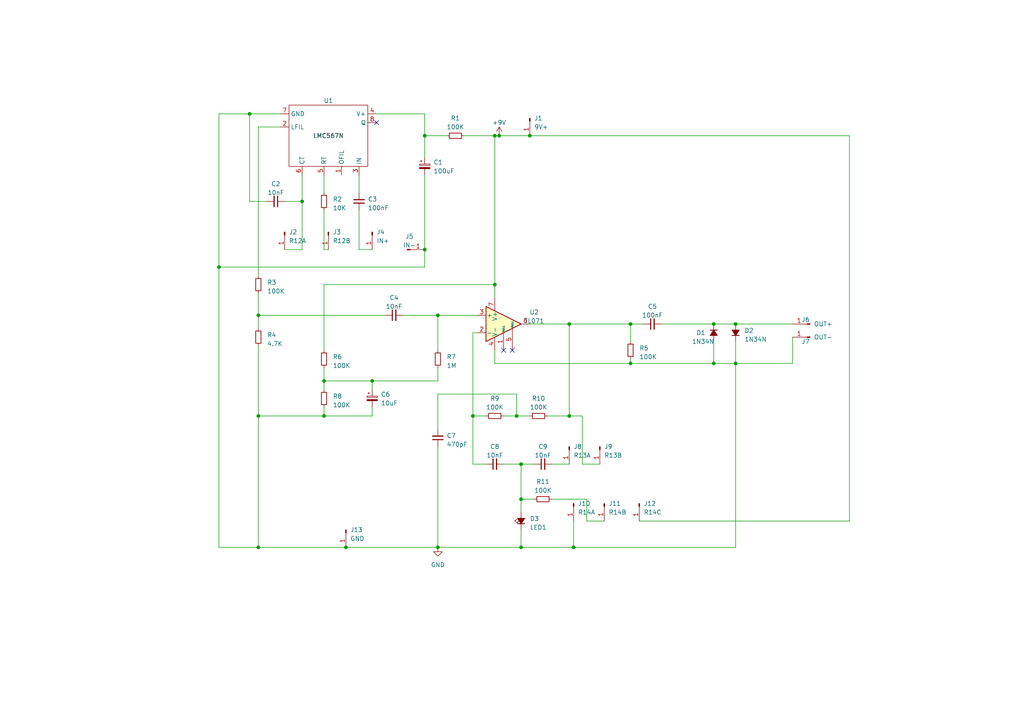
<source format=kicad_sch>
(kicad_sch (version 20230121) (generator eeschema)
  (paper "A4")
  (lib_symbols
    (symbol "!ring mod parts:LMC567N"
      (property "Reference" "U" (at -10.16 11.43 0))
      (symbol "LMC567N_0_1"
        (rectangle (start -11.43 8.89) (end 11.43 -8.89))
      )
      (symbol "LMC567N_1_1"
        (text "LMC567N" (at 0 0 0) (effects (font (size 1.27 1.27))))
        (pin input line (at 3.81 -11.43 90) (length 2.54) (name "OFIL") (number "1"))
        (pin output line (at -13.97 2.54 0) (length 2.54) (name "LFIL") (number "2"))
        (pin input line (at 8.89 -11.43 90) (length 2.54) (name "IN") (number "3"))
        (pin power_in line (at 13.97 6.35 180) (length 2.54) (name "V+") (number "4"))
        (pin input line (at -1.27 -11.43 90) (length 2.54) (name "RT") (number "5"))
        (pin input line (at -7.62 -11.43 90) (length 2.54) (name "CT") (number "6"))
        (pin power_in line (at -13.97 6.35 0) (length 2.54) (name "GND") (number "7"))
        (pin output line (at 13.97 3.81 180) (length 2.54) (name "Q") (number "8"))
      )
    )
    (symbol "Amplifier_Operational:TL071" (pin_names (offset 0.127))
      (property "Reference" "U" (at 0 6.35 0))
      (property "Value" "TL071" (at 0 3.81 0))
      (symbol "TL071_0_1"
        (polyline (pts (xy -5.08 5.08) (xy 5.08 0) (xy -5.08 -5.08) (xy -5.08 5.08)) (stroke (width 0.254)) (fill (type background)))
      )
      (symbol "TL071_1_1"
        (pin input line (at 0 -7.62 90) (length 5.08) (name "NULL") (number "1"))
        (pin input line (at -7.62 -2.54 0) (length 2.54) (name "-") (number "2"))
        (pin input line (at -7.62 2.54 0) (length 2.54) (name "+") (number "3"))
        (pin power_in line (at -2.54 -7.62 90) (length 3.81) (name "V-") (number "4"))
        (pin input line (at 2.54 -7.62 90) (length 6.35) (name "NULL") (number "5"))
        (pin output line (at 7.62 0 180) (length 2.54) (name "~") (number "6"))
        (pin power_in line (at -2.54 7.62 270) (length 3.81) (name "V+") (number "7"))
        (pin no_connect line (at 0 2.54 270) (length 2.54) hide (name "NC") (number "8"))
      )
    )
    (symbol "Connector:Conn_01x01_Pin" (pin_names (offset 1.016) hide)
      (property "Reference" "J" (at 0 2.54 0))
      (property "Value" "Conn_01x01_Pin" (at 0 -2.54 0))
      (symbol "Conn_01x01_Pin_1_1"
        (polyline (pts (xy 1.27 0) (xy 0.8636 0)) (stroke (width 0.1524)))
        (rectangle (start 0.8636 0.127) (end 0 -0.127) (stroke (width 0.1524)) (fill (type outline)))
        (pin passive line (at 5.08 0 180) (length 3.81) (name "Pin_1") (number "1"))
      )
    )
    (symbol "Device:C_Polarized_Small" (pin_numbers hide) (pin_names (offset 0.254) hide)
      (property "Reference" "C" (at 0.254 1.778 0))
      (property "Value" "C_Polarized_Small" (at 0.254 -2.032 0))
      (symbol "C_Polarized_Small_0_1"
        (rectangle (start -1.524 -0.3048) (end 1.524 -0.6858) (fill (type outline)))
        (rectangle (start -1.524 0.6858) (end 1.524 0.3048))
        (polyline (pts (xy -1.27 1.524) (xy -0.762 1.524)))
        (polyline (pts (xy -1.016 1.27) (xy -1.016 1.778)))
      )
      (symbol "C_Polarized_Small_1_1"
        (pin passive line (at 0 2.54 270) (length 1.8542) (name "~") (number "1"))
        (pin passive line (at 0 -2.54 90) (length 1.8542) (name "~") (number "2"))
      )
    )
    (symbol "Device:C_Small" (pin_numbers hide) (pin_names (offset 0.254) hide)
      (property "Reference" "C" (at 0.254 1.778 0))
      (property "Value" "C_Small" (at 0.254 -2.032 0))
      (symbol "C_Small_0_1"
        (polyline (pts (xy -1.524 -0.508) (xy 1.524 -0.508)) (stroke (width 0.3302)))
        (polyline (pts (xy -1.524 0.508) (xy 1.524 0.508)) (stroke (width 0.3048)))
      )
      (symbol "C_Small_1_1"
        (pin passive line (at 0 2.54 270) (length 2.032) (name "~") (number "1"))
        (pin passive line (at 0 -2.54 90) (length 2.032) (name "~") (number "2"))
      )
    )
    (symbol "Device:D_Small_Filled" (pin_numbers hide) (pin_names (offset 0.254) hide)
      (property "Reference" "D" (at -1.27 2.032 0))
      (property "Value" "D_Small_Filled" (at -3.81 -2.032 0))
      (symbol "D_Small_Filled_0_1"
        (polyline (pts (xy -0.762 -1.016) (xy -0.762 1.016)) (stroke (width 0.254)))
        (polyline (pts (xy -0.762 0) (xy 0.762 0)))
        (polyline (pts (xy 0.762 -1.016) (xy -0.762 0) (xy 0.762 1.016) (xy 0.762 -1.016)) (stroke (width 0.254)) (fill (type outline)))
      )
      (symbol "D_Small_Filled_1_1"
        (pin passive line (at -2.54 0 0) (length 1.778) (name "K") (number "1"))
        (pin passive line (at 2.54 0 180) (length 1.778) (name "A") (number "2"))
      )
    )
    (symbol "Device:LED_Small_Filled" (pin_numbers hide) (pin_names (offset 0.254) hide)
      (property "Reference" "D" (at -1.27 3.175 0))
      (property "Value" "LED_Small_Filled" (at -4.445 -2.54 0))
      (symbol "LED_Small_Filled_0_1"
        (polyline (pts (xy -0.762 -1.016) (xy -0.762 1.016)) (stroke (width 0.254)))
        (polyline (pts (xy 1.016 0) (xy -0.762 0)))
        (polyline (pts (xy 0.762 -1.016) (xy -0.762 0) (xy 0.762 1.016) (xy 0.762 -1.016)) (stroke (width 0.254)) (fill (type outline)))
        (polyline (pts (xy 0 0.762) (xy -0.508 1.27) (xy -0.254 1.27) (xy -0.508 1.27) (xy -0.508 1.016)))
        (polyline (pts (xy 0.508 1.27) (xy 0 1.778) (xy 0.254 1.778) (xy 0 1.778) (xy 0 1.524)))
      )
      (symbol "LED_Small_Filled_1_1"
        (pin passive line (at -2.54 0 0) (length 1.778) (name "K") (number "1"))
        (pin passive line (at 2.54 0 180) (length 1.778) (name "A") (number "2"))
      )
    )
    (symbol "Device:R_Small" (pin_numbers hide) (pin_names (offset 0.254) hide)
      (property "Reference" "R" (at 0.762 0.508 0))
      (property "Value" "R_Small" (at 0.762 -1.016 0))
      (symbol "R_Small_0_1"
        (rectangle (start -0.762 1.778) (end 0.762 -1.778) (stroke (width 0.2032)))
      )
      (symbol "R_Small_1_1"
        (pin passive line (at 0 2.54 270) (length 0.762) (name "~") (number "1"))
        (pin passive line (at 0 -2.54 90) (length 0.762) (name "~") (number "2"))
      )
    )
    (symbol "power:+9V" (power) (pin_names (offset 0))
      (property "Value" "+9V" (at 0 3.556 0))
      (symbol "+9V_0_1"
        (polyline (pts (xy -0.762 1.27) (xy 0 2.54)))
        (polyline (pts (xy 0 0) (xy 0 2.54)))
        (polyline (pts (xy 0 2.54) (xy 0.762 1.27)))
      )
      (symbol "+9V_1_1"
        (pin power_in line (at 0 0 90) (length 0) hide (name "+9V") (number "1"))
      )
    )
    (symbol "power:GND" (power) (pin_names (offset 0))
      (property "Value" "GND" (at 0 -3.81 0))
      (symbol "GND_0_1"
        (polyline (pts (xy 0 0) (xy 0 -1.27) (xy 1.27 -1.27) (xy 0 -2.54) (xy -1.27 -1.27) (xy 0 -1.27)))
      )
      (symbol "GND_1_1"
        (pin power_in line (at 0 0 270) (length 0) hide (name "GND") (number "1"))
      )
    )
  )
  (junction (at 144.78 39.37))
  (junction (at 151.13 144.78))
  (junction (at 213.36 93.98))
  (junction (at 207.01 93.98))
  (junction (at 182.88 105.41))
  (junction (at 143.51 82.55))
  (junction (at 107.95 110.49))
  (junction (at 166.37 158.75))
  (junction (at 213.36 105.41))
  (junction (at 100.33 158.75))
  (junction (at 127 158.75))
  (junction (at 74.93 91.44))
  (junction (at 123.19 39.37))
  (junction (at 74.93 158.75))
  (junction (at 127 91.44))
  (junction (at 143.51 39.37))
  (junction (at 153.67 39.37))
  (junction (at 93.98 120.65))
  (junction (at 87.63 58.42))
  (junction (at 165.1 93.98))
  (junction (at 151.13 158.75))
  (junction (at 137.16 120.65))
  (junction (at 165.1 120.65))
  (junction (at 123.19 72.39))
  (junction (at 74.93 120.65))
  (junction (at 63.5 77.47))
  (junction (at 151.13 134.62))
  (junction (at 72.39 33.02))
  (junction (at 207.01 105.41))
  (junction (at 93.98 110.49))
  (junction (at 182.88 93.98))
  (junction (at 149.86 120.65))
  (no_connect (at 146.05 101.6))
  (no_connect (at 109.22 35.56))
  (no_connect (at 148.59 101.6))
  (wire (pts (xy 81.28 33.02) (xy 72.39 33.02)))
  (wire (pts (xy 74.93 91.44) (xy 74.93 85.09)))
  (wire (pts (xy 72.39 33.02) (xy 72.39 58.42)))
  (wire (pts (xy 166.37 151.13) (xy 166.37 158.75)))
  (wire (pts (xy 63.5 77.47) (xy 63.5 33.02)))
  (wire (pts (xy 144.78 39.37) (xy 153.67 39.37)))
  (wire (pts (xy 137.16 134.62) (xy 140.97 134.62)))
  (wire (pts (xy 104.14 50.8) (xy 104.14 55.88)))
  (wire (pts (xy 143.51 39.37) (xy 144.78 39.37)))
  (wire (pts (xy 123.19 39.37) (xy 123.19 33.02)))
  (wire (pts (xy 127 124.46) (xy 127 114.3)))
  (wire (pts (xy 182.88 93.98) (xy 182.88 99.06)))
  (wire (pts (xy 165.1 120.65) (xy 158.75 120.65)))
  (wire (pts (xy 168.91 134.62) (xy 168.91 120.65)))
  (wire (pts (xy 143.51 86.36) (xy 143.51 82.55)))
  (wire (pts (xy 153.67 93.98) (xy 165.1 93.98)))
  (wire (pts (xy 123.19 39.37) (xy 129.54 39.37)))
  (wire (pts (xy 63.5 158.75) (xy 63.5 77.47)))
  (wire (pts (xy 151.13 134.62) (xy 154.94 134.62)))
  (wire (pts (xy 93.98 82.55) (xy 93.98 101.6)))
  (wire (pts (xy 107.95 120.65) (xy 93.98 120.65)))
  (wire (pts (xy 127 91.44) (xy 138.43 91.44)))
  (wire (pts (xy 160.02 134.62) (xy 165.1 134.62)))
  (wire (pts (xy 63.5 77.47) (xy 123.19 77.47)))
  (wire (pts (xy 229.87 105.41) (xy 229.87 97.79)))
  (wire (pts (xy 137.16 96.52) (xy 137.16 120.65)))
  (wire (pts (xy 107.95 118.11) (xy 107.95 120.65)))
  (wire (pts (xy 93.98 72.39) (xy 95.25 72.39)))
  (wire (pts (xy 182.88 93.98) (xy 186.69 93.98)))
  (wire (pts (xy 127 114.3) (xy 149.86 114.3)))
  (wire (pts (xy 170.18 151.13) (xy 170.18 144.78)))
  (wire (pts (xy 93.98 120.65) (xy 93.98 118.11)))
  (wire (pts (xy 146.05 134.62) (xy 151.13 134.62)))
  (wire (pts (xy 173.99 134.62) (xy 168.91 134.62)))
  (wire (pts (xy 143.51 105.41) (xy 182.88 105.41)))
  (wire (pts (xy 63.5 33.02) (xy 72.39 33.02)))
  (wire (pts (xy 74.93 158.75) (xy 100.33 158.75)))
  (wire (pts (xy 123.19 45.72) (xy 123.19 39.37)))
  (wire (pts (xy 151.13 144.78) (xy 151.13 148.59)))
  (wire (pts (xy 246.38 151.13) (xy 185.42 151.13)))
  (wire (pts (xy 127 129.54) (xy 127 158.75)))
  (wire (pts (xy 93.98 120.65) (xy 74.93 120.65)))
  (wire (pts (xy 82.55 58.42) (xy 87.63 58.42)))
  (wire (pts (xy 246.38 39.37) (xy 246.38 151.13)))
  (wire (pts (xy 127 110.49) (xy 107.95 110.49)))
  (wire (pts (xy 151.13 158.75) (xy 151.13 153.67)))
  (wire (pts (xy 182.88 105.41) (xy 207.01 105.41)))
  (wire (pts (xy 123.19 50.8) (xy 123.19 72.39)))
  (wire (pts (xy 213.36 105.41) (xy 229.87 105.41)))
  (wire (pts (xy 207.01 105.41) (xy 213.36 105.41)))
  (wire (pts (xy 81.28 36.83) (xy 74.93 36.83)))
  (wire (pts (xy 170.18 144.78) (xy 160.02 144.78)))
  (wire (pts (xy 74.93 120.65) (xy 74.93 158.75)))
  (wire (pts (xy 72.39 58.42) (xy 77.47 58.42)))
  (wire (pts (xy 74.93 158.75) (xy 63.5 158.75)))
  (wire (pts (xy 82.55 72.39) (xy 87.63 72.39)))
  (wire (pts (xy 146.05 120.65) (xy 149.86 120.65)))
  (wire (pts (xy 123.19 77.47) (xy 123.19 72.39)))
  (wire (pts (xy 191.77 93.98) (xy 207.01 93.98)))
  (wire (pts (xy 74.93 120.65) (xy 74.93 100.33)))
  (wire (pts (xy 143.51 101.6) (xy 143.51 105.41)))
  (wire (pts (xy 111.76 91.44) (xy 74.93 91.44)))
  (wire (pts (xy 153.67 39.37) (xy 246.38 39.37)))
  (wire (pts (xy 165.1 93.98) (xy 165.1 120.65)))
  (wire (pts (xy 151.13 134.62) (xy 151.13 144.78)))
  (wire (pts (xy 213.36 105.41) (xy 213.36 158.75)))
  (wire (pts (xy 213.36 158.75) (xy 166.37 158.75)))
  (wire (pts (xy 213.36 99.06) (xy 213.36 105.41)))
  (wire (pts (xy 107.95 110.49) (xy 107.95 113.03)))
  (wire (pts (xy 104.14 60.96) (xy 104.14 72.39)))
  (wire (pts (xy 104.14 72.39) (xy 107.95 72.39)))
  (wire (pts (xy 213.36 93.98) (xy 229.87 93.98)))
  (wire (pts (xy 137.16 120.65) (xy 140.97 120.65)))
  (wire (pts (xy 143.51 82.55) (xy 93.98 82.55)))
  (wire (pts (xy 74.93 91.44) (xy 74.93 95.25)))
  (wire (pts (xy 74.93 36.83) (xy 74.93 80.01)))
  (wire (pts (xy 127 158.75) (xy 151.13 158.75)))
  (wire (pts (xy 93.98 106.68) (xy 93.98 110.49)))
  (wire (pts (xy 93.98 50.8) (xy 93.98 55.88)))
  (wire (pts (xy 123.19 33.02) (xy 109.22 33.02)))
  (wire (pts (xy 151.13 144.78) (xy 154.94 144.78)))
  (wire (pts (xy 100.33 158.75) (xy 127 158.75)))
  (wire (pts (xy 207.01 93.98) (xy 213.36 93.98)))
  (wire (pts (xy 87.63 58.42) (xy 87.63 72.39)))
  (wire (pts (xy 175.26 151.13) (xy 170.18 151.13)))
  (wire (pts (xy 127 91.44) (xy 127 101.6)))
  (wire (pts (xy 168.91 120.65) (xy 165.1 120.65)))
  (wire (pts (xy 138.43 96.52) (xy 137.16 96.52)))
  (wire (pts (xy 87.63 50.8) (xy 87.63 58.42)))
  (wire (pts (xy 116.84 91.44) (xy 127 91.44)))
  (wire (pts (xy 182.88 104.14) (xy 182.88 105.41)))
  (wire (pts (xy 149.86 120.65) (xy 153.67 120.65)))
  (wire (pts (xy 149.86 114.3) (xy 149.86 120.65)))
  (wire (pts (xy 137.16 120.65) (xy 137.16 134.62)))
  (wire (pts (xy 143.51 39.37) (xy 143.51 82.55)))
  (wire (pts (xy 166.37 158.75) (xy 151.13 158.75)))
  (wire (pts (xy 134.62 39.37) (xy 143.51 39.37)))
  (wire (pts (xy 127 106.68) (xy 127 110.49)))
  (wire (pts (xy 93.98 110.49) (xy 107.95 110.49)))
  (wire (pts (xy 207.01 105.41) (xy 207.01 99.06)))
  (wire (pts (xy 93.98 110.49) (xy 93.98 113.03)))
  (wire (pts (xy 165.1 93.98) (xy 182.88 93.98)))
  (wire (pts (xy 93.98 60.96) (xy 93.98 72.39)))
  (symbol (lib_id "Amplifier_Operational:TL071") (at 146.05 93.98 0) (unit 1)
    (property "Reference" "U2" (at 154.94 90.5511 0))
    (property "Value" "TL071" (at 154.94 93.0911 0))
    (property "Footprint" "Package_DIP:DIP-8_W7.62mm" (effects hide))
    (property "Datasheet" "http://www.ti.com/lit/ds/symlink/tl071.pdf" (effects hide))
  )
  (symbol (lib_id "Device:R_Small") (at 132.08 39.37 90) (unit 1)
    (property "Reference" "R1" (at 132.08 34.29 90))
    (property "Value" "100K" (at 132.08 36.83 90))
    (property "Footprint" "Resistor_THT:R_Axial_DIN0207_L6.3mm_D2.5mm_P7.62mm_Horizontal" (effects hide))
  )
  (symbol (lib_id "Connector:Conn_01x01_Pin") (at 185.42 146.05 270) (unit 1)
    (property "Reference" "J12" (at 186.69 146.05 90) (effects (justify left)))
    (property "Value" "R14C" (at 186.69 148.59 90) (effects (justify left)))
    (property "Footprint" "Connector_PinSocket_2.54mm:PinSocket_1x01_P2.54mm_Vertical" (effects hide))
  )
  (symbol (lib_id "Device:R_Small") (at 93.98 104.14 0) (unit 1)
    (property "Reference" "R6" (at 96.52 103.505 0) (effects (justify left)))
    (property "Value" "100K" (at 96.52 106.045 0) (effects (justify left)))
    (property "Footprint" "Resistor_THT:R_Axial_DIN0207_L6.3mm_D2.5mm_P7.62mm_Horizontal" (effects hide))
  )
  (symbol (lib_id "Device:LED_Small_Filled") (at 151.13 151.13 90) (unit 1)
    (property "Reference" "D3" (at 153.67 150.4315 90) (effects (justify right)))
    (property "Value" "LED1" (at 153.67 152.9715 90) (effects (justify right)))
    (property "Footprint" "LED_THT:LED_D5.0mm" (effects hide))
  )
  (symbol (lib_id "Connector:Conn_01x01_Pin") (at 118.11 72.39 0) (unit 1)
    (property "Reference" "J5" (at 118.745 68.58 0))
    (property "Value" "IN-" (at 118.745 71.12 0))
    (property "Footprint" "Connector_PinSocket_2.54mm:PinSocket_1x01_P2.54mm_Vertical" (effects hide))
  )
  (symbol (lib_id "Connector:Conn_01x01_Pin") (at 82.55 67.31 270) (unit 1)
    (property "Reference" "J2" (at 83.82 67.31 90) (effects (justify left)))
    (property "Value" "R12A" (at 83.82 69.85 90) (effects (justify left)))
    (property "Footprint" "Connector_PinSocket_2.54mm:PinSocket_1x01_P2.54mm_Vertical" (effects hide))
  )
  (symbol (lib_id "Device:C_Polarized_Small") (at 107.95 115.57 0) (unit 1)
    (property "Reference" "C6" (at 110.49 114.3889 0) (effects (justify left)))
    (property "Value" "10uF" (at 110.49 116.9289 0) (effects (justify left)))
    (property "Footprint" "Capacitor_THT:CP_Radial_D5.0mm_P2.50mm" (effects hide))
  )
  (symbol (lib_id "Device:C_Small") (at 157.48 134.62 90) (unit 1)
    (property "Reference" "C9" (at 157.4863 129.54 90))
    (property "Value" "10nF" (at 157.4863 132.08 90))
    (property "Footprint" "Capacitor_THT:C_Disc_D3.0mm_W2.0mm_P2.50mm" (effects hide))
  )
  (symbol (lib_id "Connector:Conn_01x01_Pin") (at 165.1 129.54 270) (unit 1)
    (property "Reference" "J8" (at 166.37 129.54 90) (effects (justify left)))
    (property "Value" "R13A" (at 166.37 132.08 90) (effects (justify left)))
    (property "Footprint" "Connector_PinSocket_2.54mm:PinSocket_1x01_P2.54mm_Vertical" (effects hide))
  )
  (symbol (lib_id "power:GND") (at 127 158.75 0) (unit 1)
    (property "Reference" "#PWR02" (effects hide))
    (property "Value" "GND" (at 127 163.83 0))
  )
  (symbol (lib_id "Device:C_Polarized_Small") (at 123.19 48.26 0) (unit 1)
    (property "Reference" "C1" (at 125.73 47.0789 0) (effects (justify left)))
    (property "Value" "100uF" (at 125.73 49.6189 0) (effects (justify left)))
    (property "Footprint" "Capacitor_THT:CP_Radial_D8.0mm_P3.50mm" (effects hide))
  )
  (symbol (lib_id "Device:D_Small_Filled") (at 207.01 96.52 270) (unit 1)
    (property "Reference" "D1" (at 201.93 96.52 90) (effects (justify left)))
    (property "Value" "1N34N" (at 200.66 99.06 90) (effects (justify left)))
    (property "Footprint" "Diode_THT:D_DO-35_SOD27_P7.62mm_Horizontal" (effects hide))
    (property "Sim.Device" "D" (effects hide))
    (property "Sim.Pins" "1=K 2=A" (effects hide))
  )
  (symbol (lib_id "Device:R_Small") (at 127 104.14 0) (unit 1)
    (property "Reference" "R7" (at 129.54 103.505 0) (effects (justify left)))
    (property "Value" "1M" (at 129.54 106.045 0) (effects (justify left)))
    (property "Footprint" "Resistor_THT:R_Axial_DIN0207_L6.3mm_D2.5mm_P7.62mm_Horizontal" (effects hide))
  )
  (symbol (lib_id "Device:C_Small") (at 127 127 180) (unit 1)
    (property "Reference" "C7" (at 129.54 126.3586 0) (effects (justify right)))
    (property "Value" "470pF" (at 129.54 128.8986 0) (effects (justify right)))
    (property "Footprint" "Capacitor_THT:C_Disc_D3.0mm_W2.0mm_P2.50mm" (effects hide))
  )
  (symbol (lib_id "Device:R_Small") (at 143.51 120.65 90) (unit 1)
    (property "Reference" "R9" (at 143.51 115.57 90))
    (property "Value" "100K" (at 143.51 118.11 90))
    (property "Footprint" "Resistor_THT:R_Axial_DIN0207_L6.3mm_D2.5mm_P7.62mm_Horizontal" (effects hide))
  )
  (symbol (lib_id "Connector:Conn_01x01_Pin") (at 95.25 67.31 270) (unit 1)
    (property "Reference" "J3" (at 96.52 67.31 90) (effects (justify left)))
    (property "Value" "R12B" (at 96.52 69.85 90) (effects (justify left)))
    (property "Footprint" "Connector_PinSocket_2.54mm:PinSocket_1x01_P2.54mm_Vertical" (effects hide))
  )
  (symbol (lib_id "Connector:Conn_01x01_Pin") (at 234.95 93.98 180) (unit 1)
    (property "Reference" "J6" (at 233.68 92.71 0))
    (property "Value" "OUT+" (at 238.76 93.98 0))
    (property "Footprint" "Connector_PinSocket_2.54mm:PinSocket_1x01_P2.54mm_Vertical" (effects hide))
  )
  (symbol (lib_id "Device:R_Small") (at 74.93 82.55 0) (unit 1)
    (property "Reference" "R3" (at 77.47 81.915 0) (effects (justify left)))
    (property "Value" "100K" (at 77.47 84.455 0) (effects (justify left)))
    (property "Footprint" "Resistor_THT:R_Axial_DIN0207_L6.3mm_D2.5mm_P7.62mm_Horizontal" (effects hide))
  )
  (symbol (lib_id "Connector:Conn_01x01_Pin") (at 166.37 146.05 270) (unit 1)
    (property "Reference" "J10" (at 167.64 146.05 90) (effects (justify left)))
    (property "Value" "R14A" (at 167.64 148.59 90) (effects (justify left)))
    (property "Footprint" "Connector_PinSocket_2.54mm:PinSocket_1x01_P2.54mm_Vertical" (effects hide))
  )
  (symbol (lib_id "Connector:Conn_01x01_Pin") (at 107.95 67.31 270) (unit 1)
    (property "Reference" "J4" (at 109.22 67.31 90) (effects (justify left)))
    (property "Value" "IN+" (at 109.22 69.85 90) (effects (justify left)))
    (property "Footprint" "Connector_PinSocket_2.54mm:PinSocket_1x01_P2.54mm_Vertical" (effects hide))
  )
  (symbol (lib_id "Device:C_Small") (at 189.23 93.98 90) (unit 1)
    (property "Reference" "C5" (at 189.2363 88.9 90))
    (property "Value" "100nF" (at 189.2363 91.44 90))
    (property "Footprint" "Capacitor_THT:C_Disc_D4.3mm_W1.9mm_P5.00mm" (effects hide))
  )
  (symbol (lib_id "Device:C_Small") (at 80.01 58.42 270) (unit 1)
    (property "Reference" "C2" (at 80.0036 53.34 90))
    (property "Value" "10nF" (at 80.0036 55.88 90))
    (property "Footprint" "Capacitor_THT:C_Disc_D3.0mm_W2.0mm_P2.50mm" (effects hide))
  )
  (symbol (lib_id "power:+9V") (at 144.78 39.37 0) (unit 1)
    (property "Reference" "#PWR01" (effects hide))
    (property "Value" "+9V" (at 144.78 35.56 0))
  )
  (symbol (lib_id "Device:R_Small") (at 93.98 115.57 0) (unit 1)
    (property "Reference" "R8" (at 96.52 114.935 0) (effects (justify left)))
    (property "Value" "100K" (at 96.52 117.475 0) (effects (justify left)))
    (property "Footprint" "Resistor_THT:R_Axial_DIN0207_L6.3mm_D2.5mm_P7.62mm_Horizontal" (effects hide))
  )
  (symbol (lib_id "Device:R_Small") (at 156.21 120.65 90) (unit 1)
    (property "Reference" "R10" (at 156.21 115.57 90))
    (property "Value" "100K" (at 156.21 118.11 90))
    (property "Footprint" "Resistor_THT:R_Axial_DIN0207_L6.3mm_D2.5mm_P7.62mm_Horizontal" (effects hide))
  )
  (symbol (lib_id "Device:C_Small") (at 143.51 134.62 90) (unit 1)
    (property "Reference" "C8" (at 143.5163 129.54 90))
    (property "Value" "10nF" (at 143.5163 132.08 90))
    (property "Footprint" "Capacitor_THT:C_Disc_D3.0mm_W2.0mm_P2.50mm" (effects hide))
  )
  (symbol (lib_id "Connector:Conn_01x01_Pin") (at 173.99 129.54 270) (unit 1)
    (property "Reference" "J9" (at 175.26 129.54 90) (effects (justify left)))
    (property "Value" "R13B" (at 175.26 132.08 90) (effects (justify left)))
    (property "Footprint" "Connector_PinSocket_2.54mm:PinSocket_1x01_P2.54mm_Vertical" (effects hide))
  )
  (symbol (lib_id "Connector:Conn_01x01_Pin") (at 175.26 146.05 270) (unit 1)
    (property "Reference" "J11" (at 176.53 146.05 90) (effects (justify left)))
    (property "Value" "R14B" (at 176.53 148.59 90) (effects (justify left)))
    (property "Footprint" "Connector_PinSocket_2.54mm:PinSocket_1x01_P2.54mm_Vertical" (effects hide))
  )
  (symbol (lib_id "Device:C_Small") (at 104.14 58.42 180) (unit 1)
    (property "Reference" "C3" (at 106.68 57.7786 0) (effects (justify right)))
    (property "Value" "100nF" (at 106.68 60.3186 0) (effects (justify right)))
    (property "Footprint" "Capacitor_THT:C_Disc_D4.3mm_W1.9mm_P5.00mm" (effects hide))
  )
  (symbol (lib_id "Connector:Conn_01x01_Pin") (at 153.67 34.29 270) (unit 1)
    (property "Reference" "J1" (at 154.94 34.29 90) (effects (justify left)))
    (property "Value" "9V+" (at 154.94 36.83 90) (effects (justify left)))
    (property "Footprint" "Connector_PinSocket_2.54mm:PinSocket_1x01_P2.54mm_Vertical" (effects hide))
  )
  (symbol (lib_id "Device:R_Small") (at 182.88 101.6 0) (unit 1)
    (property "Reference" "R5" (at 185.42 100.965 0) (effects (justify left)))
    (property "Value" "100K" (at 185.42 103.505 0) (effects (justify left)))
    (property "Footprint" "Resistor_THT:R_Axial_DIN0207_L6.3mm_D2.5mm_P7.62mm_Horizontal" (effects hide))
  )
  (symbol (lib_id "Device:R_Small") (at 74.93 97.79 0) (unit 1)
    (property "Reference" "R4" (at 77.47 97.155 0) (effects (justify left)))
    (property "Value" "4.7K" (at 77.47 99.695 0) (effects (justify left)))
    (property "Footprint" "Resistor_THT:R_Axial_DIN0207_L6.3mm_D2.5mm_P7.62mm_Horizontal" (effects hide))
  )
  (symbol (lib_id "Device:R_Small") (at 93.98 58.42 0) (unit 1)
    (property "Reference" "R2" (at 96.52 57.785 0) (effects (justify left)))
    (property "Value" "10K" (at 96.52 60.325 0) (effects (justify left)))
    (property "Footprint" "Resistor_THT:R_Axial_DIN0207_L6.3mm_D2.5mm_P7.62mm_Horizontal" (effects hide))
  )
  (symbol (lib_id "Device:D_Small_Filled") (at 213.36 96.52 90) (unit 1)
    (property "Reference" "D2" (at 215.9 95.885 90) (effects (justify right)))
    (property "Value" "1N34N" (at 215.9 98.425 90) (effects (justify right)))
    (property "Footprint" "Diode_THT:D_DO-35_SOD27_P7.62mm_Horizontal" (effects hide))
    (property "Sim.Device" "D" (effects hide))
    (property "Sim.Pins" "1=K 2=A" (effects hide))
  )
  (symbol (lib_id "Connector:Conn_01x01_Pin") (at 100.33 153.67 270) (unit 1)
    (property "Reference" "J13" (at 101.6 153.67 90) (effects (justify left)))
    (property "Value" "GND" (at 101.6 156.21 90) (effects (justify left)))
    (property "Footprint" "Connector_PinSocket_2.54mm:PinSocket_1x01_P2.54mm_Vertical" (effects hide))
  )
  (symbol (lib_id "Device:C_Small") (at 114.3 91.44 90) (unit 1)
    (property "Reference" "C4" (at 114.3063 86.36 90))
    (property "Value" "10nF" (at 114.3063 88.9 90))
    (property "Footprint" "Capacitor_THT:C_Disc_D3.0mm_W2.0mm_P2.50mm" (effects hide))
  )
  (symbol (lib_id "!ring mod parts:LMC567N") (at 95.25 39.37 0) (unit 1)
    (property "Reference" "U1" (at 95.25 29.21 0))
    (property "Value" "LMC567N" (at 95.25 39.37 0))
    (property "Footprint" "Package_DIP:DIP-8_W7.62mm" (effects hide))
  )
  (symbol (lib_id "Device:R_Small") (at 157.48 144.78 90) (unit 1)
    (property "Reference" "R11" (at 157.48 139.7 90))
    (property "Value" "100K" (at 157.48 142.24 90))
    (property "Footprint" "Resistor_THT:R_Axial_DIN0207_L6.3mm_D2.5mm_P7.62mm_Horizontal" (effects hide))
  )
  (symbol (lib_id "Connector:Conn_01x01_Pin") (at 234.95 97.79 180) (unit 1)
    (property "Reference" "J7" (at 233.68 99.06 0))
    (property "Value" "OUT-" (at 238.76 97.79 0))
    (property "Footprint" "Connector_PinSocket_2.54mm:PinSocket_1x01_P2.54mm_Vertical" (effects hide))
  )
)
</source>
